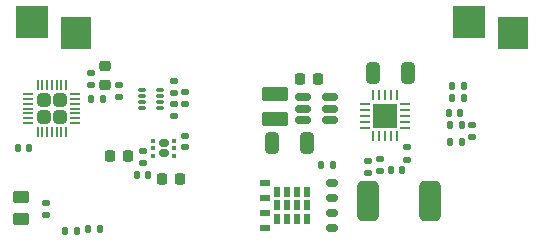
<source format=gbp>
G04 #@! TF.GenerationSoftware,KiCad,Pcbnew,8.0.7-8.0.7-0~ubuntu24.04.1*
G04 #@! TF.CreationDate,2025-01-09T22:08:51-07:00*
G04 #@! TF.ProjectId,2s 40A PSU and charger,32732034-3041-4205-9053-5520616e6420,V1*
G04 #@! TF.SameCoordinates,Original*
G04 #@! TF.FileFunction,Paste,Bot*
G04 #@! TF.FilePolarity,Positive*
%FSLAX46Y46*%
G04 Gerber Fmt 4.6, Leading zero omitted, Abs format (unit mm)*
G04 Created by KiCad (PCBNEW 8.0.7-8.0.7-0~ubuntu24.04.1) date 2025-01-09 22:08:51*
%MOMM*%
%LPD*%
G01*
G04 APERTURE LIST*
G04 Aperture macros list*
%AMRoundRect*
0 Rectangle with rounded corners*
0 $1 Rounding radius*
0 $2 $3 $4 $5 $6 $7 $8 $9 X,Y pos of 4 corners*
0 Add a 4 corners polygon primitive as box body*
4,1,4,$2,$3,$4,$5,$6,$7,$8,$9,$2,$3,0*
0 Add four circle primitives for the rounded corners*
1,1,$1+$1,$2,$3*
1,1,$1+$1,$4,$5*
1,1,$1+$1,$6,$7*
1,1,$1+$1,$8,$9*
0 Add four rect primitives between the rounded corners*
20,1,$1+$1,$2,$3,$4,$5,0*
20,1,$1+$1,$4,$5,$6,$7,0*
20,1,$1+$1,$6,$7,$8,$9,0*
20,1,$1+$1,$8,$9,$2,$3,0*%
G04 Aperture macros list end*
%ADD10RoundRect,0.140000X-0.170000X0.140000X-0.170000X-0.140000X0.170000X-0.140000X0.170000X0.140000X0*%
%ADD11RoundRect,0.135000X0.135000X0.185000X-0.135000X0.185000X-0.135000X-0.185000X0.135000X-0.185000X0*%
%ADD12RoundRect,0.160000X0.245000X0.160000X-0.245000X0.160000X-0.245000X-0.160000X0.245000X-0.160000X0*%
%ADD13RoundRect,0.093750X0.093750X0.106250X-0.093750X0.106250X-0.093750X-0.106250X0.093750X-0.106250X0*%
%ADD14RoundRect,0.135000X0.185000X-0.135000X0.185000X0.135000X-0.185000X0.135000X-0.185000X-0.135000X0*%
%ADD15RoundRect,0.140000X-0.140000X-0.170000X0.140000X-0.170000X0.140000X0.170000X-0.140000X0.170000X0*%
%ADD16RoundRect,0.250000X-0.325000X-0.650000X0.325000X-0.650000X0.325000X0.650000X-0.325000X0.650000X0*%
%ADD17RoundRect,0.225000X0.225000X0.250000X-0.225000X0.250000X-0.225000X-0.250000X0.225000X-0.250000X0*%
%ADD18RoundRect,0.225000X-0.225000X-0.250000X0.225000X-0.250000X0.225000X0.250000X-0.225000X0.250000X0*%
%ADD19RoundRect,0.050000X-0.285000X-0.100000X0.285000X-0.100000X0.285000X0.100000X-0.285000X0.100000X0*%
%ADD20RoundRect,0.140000X0.170000X-0.140000X0.170000X0.140000X-0.170000X0.140000X-0.170000X-0.140000X0*%
%ADD21RoundRect,0.250000X-0.850000X0.375000X-0.850000X-0.375000X0.850000X-0.375000X0.850000X0.375000X0*%
%ADD22RoundRect,0.135000X-0.185000X0.135000X-0.185000X-0.135000X0.185000X-0.135000X0.185000X0.135000X0*%
%ADD23RoundRect,0.367348X-0.532652X-1.332652X0.532652X-1.332652X0.532652X1.332652X-0.532652X1.332652X0*%
%ADD24RoundRect,0.140000X0.140000X0.170000X-0.140000X0.170000X-0.140000X-0.170000X0.140000X-0.170000X0*%
%ADD25RoundRect,0.135000X-0.135000X-0.185000X0.135000X-0.185000X0.135000X0.185000X-0.135000X0.185000X0*%
%ADD26R,2.500000X2.800000*%
%ADD27R,0.600000X0.900000*%
%ADD28R,0.900000X0.600000*%
%ADD29RoundRect,0.150000X0.375000X-0.150000X0.375000X0.150000X-0.375000X0.150000X-0.375000X-0.150000X0*%
%ADD30R,2.800000X2.800000*%
%ADD31R,0.812800X0.254000*%
%ADD32R,0.254000X0.812800*%
%ADD33R,2.159000X2.159000*%
%ADD34RoundRect,0.250000X0.315000X0.315000X-0.315000X0.315000X-0.315000X-0.315000X0.315000X-0.315000X0*%
%ADD35RoundRect,0.050000X0.337500X0.050000X-0.337500X0.050000X-0.337500X-0.050000X0.337500X-0.050000X0*%
%ADD36RoundRect,0.050000X0.050000X0.337500X-0.050000X0.337500X-0.050000X-0.337500X0.050000X-0.337500X0*%
%ADD37RoundRect,0.250000X0.450000X-0.262500X0.450000X0.262500X-0.450000X0.262500X-0.450000X-0.262500X0*%
%ADD38RoundRect,0.150000X0.512500X0.150000X-0.512500X0.150000X-0.512500X-0.150000X0.512500X-0.150000X0*%
%ADD39RoundRect,0.147500X-0.172500X0.147500X-0.172500X-0.147500X0.172500X-0.147500X0.172500X0.147500X0*%
%ADD40RoundRect,0.225000X-0.250000X0.225000X-0.250000X-0.225000X0.250000X-0.225000X0.250000X0.225000X0*%
G04 APERTURE END LIST*
D10*
G04 #@! TO.C,C32*
X119600000Y-124620000D03*
X119600000Y-125580000D03*
G04 #@! TD*
D11*
G04 #@! TO.C,R30*
X114010000Y-131400000D03*
X112990000Y-131400000D03*
G04 #@! TD*
D12*
G04 #@! TO.C,U7*
X121387500Y-124750000D03*
X121387500Y-123950000D03*
D13*
X122275000Y-123700000D03*
X122275000Y-124350000D03*
X122275000Y-125000000D03*
X120500000Y-125000000D03*
X120500000Y-124350000D03*
X120500000Y-123700000D03*
G04 #@! TD*
D14*
G04 #@! TO.C,R26*
X122200000Y-119710000D03*
X122200000Y-118690000D03*
G04 #@! TD*
D15*
G04 #@! TO.C,C15*
X119120000Y-126600000D03*
X120080000Y-126600000D03*
G04 #@! TD*
D16*
G04 #@! TO.C,C28*
X139124999Y-118000000D03*
X142075001Y-118000000D03*
G04 #@! TD*
D11*
G04 #@! TO.C,R31*
X116010000Y-131200000D03*
X114990000Y-131200000D03*
G04 #@! TD*
D17*
G04 #@! TO.C,C31*
X118375000Y-125000000D03*
X116825000Y-125000000D03*
G04 #@! TD*
G04 #@! TO.C,C40*
X134475000Y-118500000D03*
X132925000Y-118500000D03*
G04 #@! TD*
D18*
G04 #@! TO.C,C24*
X121225000Y-127000000D03*
X122775000Y-127000000D03*
G04 #@! TD*
D11*
G04 #@! TO.C,R16*
X146610000Y-122400000D03*
X145590000Y-122400000D03*
G04 #@! TD*
D19*
G04 #@! TO.C,U5*
X119560000Y-120950000D03*
X119560000Y-120450000D03*
X119560000Y-119950000D03*
X119560000Y-119450000D03*
X121040000Y-119450000D03*
X121040000Y-119950000D03*
X121040000Y-120450000D03*
X121040000Y-120950000D03*
G04 #@! TD*
D20*
G04 #@! TO.C,C13*
X147500000Y-123380000D03*
X147500000Y-122420000D03*
G04 #@! TD*
D11*
G04 #@! TO.C,R17*
X146810000Y-119100000D03*
X145790000Y-119100000D03*
G04 #@! TD*
D21*
G04 #@! TO.C,L3*
X130800000Y-119725000D03*
X130800000Y-121875000D03*
G04 #@! TD*
D22*
G04 #@! TO.C,R6*
X138700000Y-125440000D03*
X138700000Y-126460000D03*
G04 #@! TD*
G04 #@! TO.C,R5*
X139700000Y-125240000D03*
X139700000Y-126260000D03*
G04 #@! TD*
D23*
G04 #@! TO.C,R14*
X138687500Y-128800000D03*
X143912500Y-128800000D03*
G04 #@! TD*
D22*
G04 #@! TO.C,R27*
X123200000Y-119590000D03*
X123200000Y-120610000D03*
G04 #@! TD*
D24*
G04 #@! TO.C,C30*
X109980000Y-124300000D03*
X109020000Y-124300000D03*
G04 #@! TD*
D25*
G04 #@! TO.C,R33*
X115190000Y-120200000D03*
X116210000Y-120200000D03*
G04 #@! TD*
D22*
G04 #@! TO.C,R4*
X142000000Y-124290000D03*
X142000000Y-125310000D03*
G04 #@! TD*
D26*
G04 #@! TO.C,J8*
X150950000Y-114600000D03*
G04 #@! TD*
D10*
G04 #@! TO.C,C25*
X115200000Y-118020000D03*
X115200000Y-118980000D03*
G04 #@! TD*
D24*
G04 #@! TO.C,C19*
X146780000Y-120100000D03*
X145820000Y-120100000D03*
G04 #@! TD*
D27*
G04 #@! TO.C,Q6*
X133475000Y-130350000D03*
X133475000Y-129200000D03*
X133475000Y-128050000D03*
X132625000Y-130350000D03*
X132625000Y-129200000D03*
X132625000Y-128050000D03*
X131775000Y-130350000D03*
X131775000Y-129200000D03*
X131775000Y-128050000D03*
X130925000Y-130350000D03*
X130925000Y-129200000D03*
X130925000Y-128050000D03*
D28*
X129925000Y-131105000D03*
X129925000Y-129835000D03*
X129925000Y-128565000D03*
X129925000Y-127295000D03*
D29*
X135650000Y-127295000D03*
X135650000Y-128565000D03*
X135650000Y-129835000D03*
X135650000Y-131105000D03*
G04 #@! TD*
D10*
G04 #@! TO.C,C33*
X123200000Y-123320000D03*
X123200000Y-124280000D03*
G04 #@! TD*
D24*
G04 #@! TO.C,C18*
X146460000Y-121400000D03*
X145500000Y-121400000D03*
G04 #@! TD*
D30*
G04 #@! TO.C,J7*
X110250000Y-113650000D03*
G04 #@! TD*
D31*
G04 #@! TO.C,U1*
X141827200Y-120599748D03*
X141827200Y-121099874D03*
X141827200Y-121600000D03*
X141827200Y-122100126D03*
X141827200Y-122600252D03*
D32*
X141100252Y-123327200D03*
X140600126Y-123327200D03*
X140100000Y-123327200D03*
X139599874Y-123327200D03*
X139099748Y-123327200D03*
D31*
X138372800Y-122600252D03*
X138372800Y-122100126D03*
X138372800Y-121600000D03*
X138372800Y-121099874D03*
X138372800Y-120599748D03*
D32*
X139099748Y-119872800D03*
X139599874Y-119872800D03*
X140100000Y-119872800D03*
X140600126Y-119872800D03*
X141100252Y-119872800D03*
D33*
X140100000Y-121600000D03*
G04 #@! TD*
D24*
G04 #@! TO.C,C4*
X135680000Y-125800000D03*
X134720000Y-125800000D03*
G04 #@! TD*
D16*
G04 #@! TO.C,C27*
X130525000Y-123900000D03*
X133475000Y-123900000D03*
G04 #@! TD*
D34*
G04 #@! TO.C,U6*
X112600000Y-121700000D03*
X112600000Y-120300000D03*
X111200000Y-121700000D03*
X111200000Y-120300000D03*
D35*
X113887500Y-119800000D03*
X113887500Y-120200000D03*
X113887500Y-120600000D03*
X113887500Y-121000000D03*
X113887500Y-121400000D03*
X113887500Y-121800000D03*
X113887500Y-122200000D03*
D36*
X113100000Y-122987500D03*
X112700000Y-122987500D03*
X112300000Y-122987500D03*
X111900000Y-122987500D03*
X111500000Y-122987500D03*
X111100000Y-122987500D03*
X110700000Y-122987500D03*
D35*
X109912500Y-122200000D03*
X109912500Y-121800000D03*
X109912500Y-121400000D03*
X109912500Y-121000000D03*
X109912500Y-120600000D03*
X109912500Y-120200000D03*
X109912500Y-119800000D03*
D36*
X110700000Y-119012500D03*
X111100000Y-119012500D03*
X111500000Y-119012500D03*
X111900000Y-119012500D03*
X112300000Y-119012500D03*
X112700000Y-119012500D03*
X113100000Y-119012500D03*
G04 #@! TD*
D37*
G04 #@! TO.C,R9*
X109300000Y-130312500D03*
X109300000Y-128487500D03*
G04 #@! TD*
D11*
G04 #@! TO.C,R15*
X146610000Y-123800000D03*
X145590000Y-123800000D03*
G04 #@! TD*
D14*
G04 #@! TO.C,R28*
X122200000Y-121610000D03*
X122200000Y-120590000D03*
G04 #@! TD*
D38*
G04 #@! TO.C,U2*
X135437500Y-120050000D03*
X135437500Y-121000000D03*
X135437500Y-121950000D03*
X133162500Y-121950000D03*
X133162500Y-121000000D03*
X133162500Y-120050000D03*
G04 #@! TD*
D39*
G04 #@! TO.C,D2*
X111400000Y-129015000D03*
X111400000Y-129985000D03*
G04 #@! TD*
D26*
G04 #@! TO.C,J9*
X113950000Y-114600000D03*
G04 #@! TD*
D40*
G04 #@! TO.C,C26*
X116400000Y-117425000D03*
X116400000Y-118975000D03*
G04 #@! TD*
D20*
G04 #@! TO.C,C29*
X117600000Y-119980000D03*
X117600000Y-119020000D03*
G04 #@! TD*
D30*
G04 #@! TO.C,J6*
X147200001Y-113650000D03*
G04 #@! TD*
D24*
G04 #@! TO.C,C3*
X141580000Y-126200000D03*
X140620000Y-126200000D03*
G04 #@! TD*
M02*

</source>
